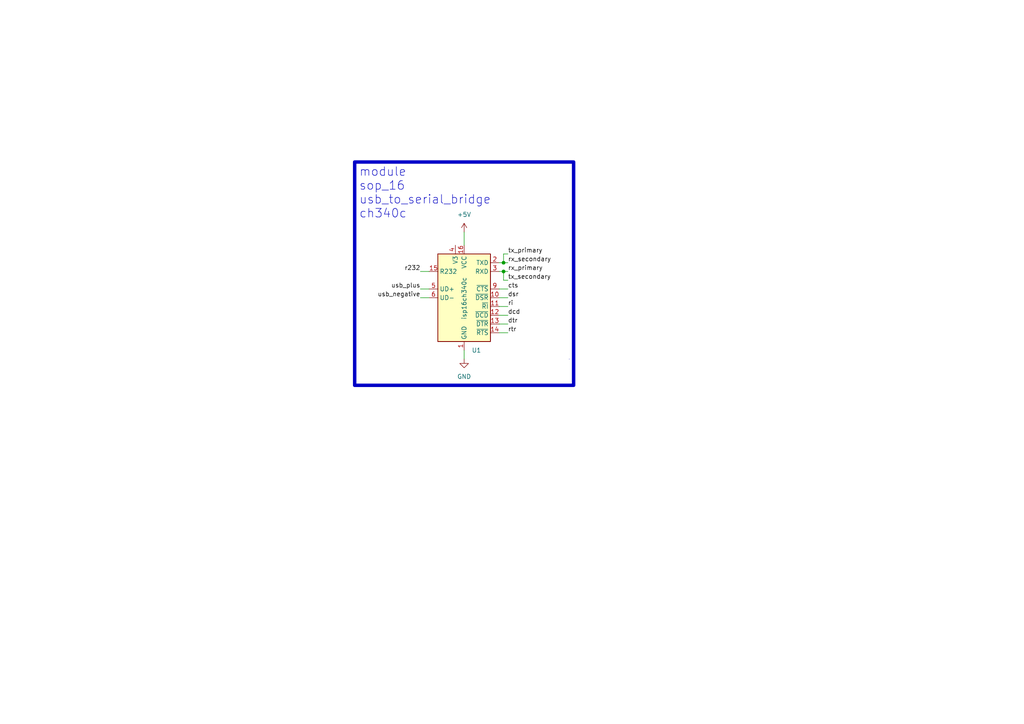
<source format=kicad_sch>
(kicad_sch (version 20230121) (generator eeschema)
  (paper "A4")
  (lib_symbols
    (symbol "oomlout_oomp_part_symbols:isp16ch340c_electronic_ic_sop_16_converter_usb_to_serial_converter_wch_ch340c"
      (property "Reference" "U" (at -5.08 13.97 0))
      (property "Value" "isp16ch340c_electronic_ic_sop_16_converter_usb_to_serial_converter_wch_ch340c" (at 1.27 13.97 0))
      (symbol "isp16ch340c_electronic_ic_sop_16_converter_usb_to_serial_converter_wch_ch340c_0_1"
        (rectangle (start -7.62 12.7) (end 7.62 -12.7) (stroke (width 0.254)) (fill (type background)))
      )
      (symbol "isp16ch340c_electronic_ic_sop_16_converter_usb_to_serial_converter_wch_ch340c_1_1"
        (pin power_in line (at 0 -15.24 90) (length 2.54) (name "GND") (number "1"))
        (pin input line (at 10.16 0 180) (length 2.54) (name "~{DSR}") (number "10"))
        (pin input line (at 10.16 -2.54 180) (length 2.54) (name "~{RI}") (number "11"))
        (pin input line (at 10.16 -5.08 180) (length 2.54) (name "~{DCD}") (number "12"))
        (pin output line (at 10.16 -7.62 180) (length 2.54) (name "~{DTR}") (number "13"))
        (pin output line (at 10.16 -10.16 180) (length 2.54) (name "~{RTS}") (number "14"))
        (pin input line (at -10.16 7.62 0) (length 2.54) (name "R232") (number "15"))
        (pin power_in line (at 0 15.24 270) (length 2.54) (name "VCC") (number "16"))
        (pin output line (at 10.16 10.16 180) (length 2.54) (name "TXD") (number "2"))
        (pin input line (at 10.16 7.62 180) (length 2.54) (name "RXD") (number "3"))
        (pin passive line (at -2.54 15.24 270) (length 2.54) (name "V3") (number "4"))
        (pin bidirectional line (at -10.16 2.54 0) (length 2.54) (name "UD+") (number "5"))
        (pin bidirectional line (at -10.16 0 0) (length 2.54) (name "UD-") (number "6"))
        (pin no_connect line (at -7.62 -7.62 0) (length 2.54) hide (name "NC") (number "7"))
        (pin no_connect line (at -7.62 -10.16 0) (length 2.54) hide (name "NC") (number "8"))
        (pin input line (at 10.16 2.54 180) (length 2.54) (name "~{CTS}") (number "9"))
      )
    )
    (symbol "power:+5V" (power) (pin_names (offset 0))
      (property "Value" "+5V" (at 0 3.556 0))
      (symbol "+5V_0_1"
        (polyline (pts (xy -0.762 1.27) (xy 0 2.54)))
        (polyline (pts (xy 0 0) (xy 0 2.54)))
        (polyline (pts (xy 0 2.54) (xy 0.762 1.27)))
      )
      (symbol "+5V_1_1"
        (pin power_in line (at 0 0 90) (length 0) hide (name "+5V") (number "1"))
      )
    )
    (symbol "power:GND" (power) (pin_names (offset 0))
      (property "Value" "GND" (at 0 -3.81 0))
      (symbol "GND_0_1"
        (polyline (pts (xy 0 0) (xy 0 -1.27) (xy 1.27 -1.27) (xy 0 -2.54) (xy -1.27 -1.27) (xy 0 -1.27)))
      )
      (symbol "GND_1_1"
        (pin power_in line (at 0 0 270) (length 0) hide (name "GND") (number "1"))
      )
    )
  )
  (junction (at 146.05 76.2))
  (junction (at 146.05 78.74))
  (wire (pts (xy 146.05 73.66) (xy 146.05 76.2)))
  (wire (pts (xy 144.78 96.52) (xy 147.32 96.52)))
  (wire (pts (xy 144.78 83.82) (xy 147.32 83.82)))
  (wire (pts (xy 146.05 76.2) (xy 147.32 76.2)))
  (wire (pts (xy 147.32 81.28) (xy 146.05 81.28)))
  (wire (pts (xy 147.32 73.66) (xy 146.05 73.66)))
  (wire (pts (xy 134.62 101.6) (xy 134.62 104.14)))
  (wire (pts (xy 144.78 86.36) (xy 147.32 86.36)))
  (wire (pts (xy 144.78 78.74) (xy 146.05 78.74)))
  (wire (pts (xy 144.78 88.9) (xy 147.32 88.9)))
  (wire (pts (xy 121.92 83.82) (xy 124.46 83.82)))
  (wire (pts (xy 146.05 81.28) (xy 146.05 78.74)))
  (wire (pts (xy 146.05 78.74) (xy 147.32 78.74)))
  (wire (pts (xy 144.78 91.44) (xy 147.32 91.44)))
  (wire (pts (xy 134.62 67.31) (xy 134.62 71.12)))
  (wire (pts (xy 121.92 78.74) (xy 124.46 78.74)))
  (wire (pts (xy 144.78 93.98) (xy 147.32 93.98)))
  (wire (pts (xy 121.92 86.36) (xy 124.46 86.36)))
  (wire (pts (xy 146.05 76.2) (xy 144.78 76.2)))
  (rectangle (start 165.1 104.14) (end 165.1 104.14))
  (rectangle (start 102.87 46.99) (end 166.37 111.76) (stroke (width 1)))
  (text "module\nsop_16\nusb_to_serial_bridge\nch340c\n" (at 104.14 63.5 0) (effects (font (size 2.5 2.5)) (justify left bottom)))
  (label "dtr" (at 147.32 93.98 0))
  (label "rtr" (at 147.32 96.52 0))
  (label "dcd" (at 147.32 91.44 0))
  (label "cts" (at 147.32 83.82 0))
  (label "r232" (at 121.92 78.74 180))
  (label "usb_plus" (at 121.92 83.82 180))
  (label "tx_secondary" (at 147.32 81.28 0))
  (label "rx_primary" (at 147.32 78.74 0))
  (label "dsr" (at 147.32 86.36 0))
  (label "rx_secondary" (at 147.32 76.2 0))
  (label "usb_negative" (at 121.92 86.36 180))
  (label "ri" (at 147.32 88.9 0))
  (label "tx_primary" (at 147.32 73.66 0))
  (symbol (lib_id "power:GND") (at 134.62 104.14 0) (unit 1)
    (property "Reference" "#PWR02" (effects hide))
    (property "Value" "GND" (at 134.62 109.22 0))
  )
  (symbol (lib_id "power:+5V") (at 134.62 67.31 0) (unit 1)
    (property "Reference" "#PWR04" (effects hide))
    (property "Value" "+5V" (at 134.62 62.23 0))
  )
  (symbol (lib_id "oomlout_oomp_part_symbols:isp16ch340c_electronic_ic_sop_16_converter_usb_to_serial_converter_wch_ch340c") (at 134.62 86.36 0) (unit 1)
    (property "Reference" "U1" (at 136.8141 101.6 0) (effects (justify left)))
    (property "Value" "isp16ch340c" (at 134.62 92.71 90) (effects (justify left)))
    (property "Footprint" "isp16ch340c_electronic_ic_sop_16_converter_usb_to_serial_converter_wch_ch340c" (effects hide))
    (property "Datasheet" "https://github.com/oomlout/oomlout_oomp_v3/parts/electronic_ic_sop_16_converter_usb_to_serial_converter_wch_ch340c/datasheet.pdf" (effects hide))
  )
)
</source>
